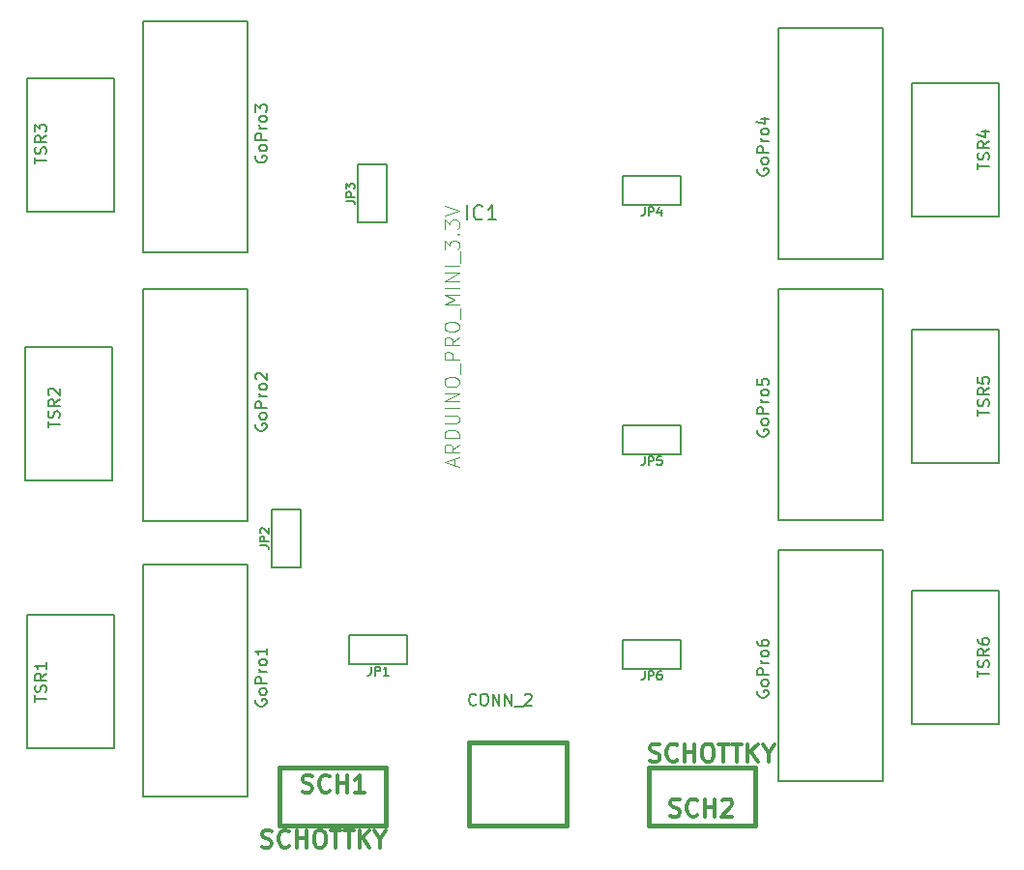
<source format=gto>
G04 (created by PCBNEW (2013-mar-13)-testing) date jeu. 10 oct. 2013 21:07:33 CEST*
%MOIN*%
G04 Gerber Fmt 3.4, Leading zero omitted, Abs format*
%FSLAX34Y34*%
G01*
G70*
G90*
G04 APERTURE LIST*
%ADD10C,0.005906*%
%ADD11C,0.006000*%
%ADD12C,0.015000*%
%ADD13C,0.008000*%
%ADD14C,0.005000*%
%ADD15C,0.004000*%
%ADD16C,0.012000*%
G04 APERTURE END LIST*
G54D10*
G54D11*
X86750Y-14000D02*
X86750Y-21975D01*
X86750Y-21975D02*
X83150Y-21975D01*
X83150Y-21975D02*
X83150Y-14000D01*
X83150Y-14000D02*
X86750Y-14000D01*
X87750Y-38000D02*
X90750Y-38000D01*
X90750Y-38000D02*
X90750Y-33400D01*
X90750Y-33400D02*
X87750Y-33400D01*
X87750Y-33400D02*
X87750Y-38000D01*
X87750Y-29000D02*
X90750Y-29000D01*
X90750Y-29000D02*
X90750Y-24400D01*
X90750Y-24400D02*
X87750Y-24400D01*
X87750Y-24400D02*
X87750Y-29000D01*
X87750Y-20500D02*
X90750Y-20500D01*
X90750Y-20500D02*
X90750Y-15900D01*
X90750Y-15900D02*
X87750Y-15900D01*
X87750Y-15900D02*
X87750Y-20500D01*
X60250Y-34250D02*
X57250Y-34250D01*
X57250Y-34250D02*
X57250Y-38850D01*
X57250Y-38850D02*
X60250Y-38850D01*
X60250Y-38850D02*
X60250Y-34250D01*
X60250Y-15750D02*
X57250Y-15750D01*
X57250Y-15750D02*
X57250Y-20350D01*
X57250Y-20350D02*
X60250Y-20350D01*
X60250Y-20350D02*
X60250Y-15750D01*
X61250Y-40500D02*
X61250Y-32525D01*
X61250Y-32525D02*
X64850Y-32525D01*
X64850Y-32525D02*
X64850Y-40500D01*
X64850Y-40500D02*
X61250Y-40500D01*
X61250Y-31000D02*
X61250Y-23025D01*
X61250Y-23025D02*
X64850Y-23025D01*
X64850Y-23025D02*
X64850Y-31000D01*
X64850Y-31000D02*
X61250Y-31000D01*
X61250Y-21750D02*
X61250Y-13775D01*
X61250Y-13775D02*
X64850Y-13775D01*
X64850Y-13775D02*
X64850Y-21750D01*
X64850Y-21750D02*
X61250Y-21750D01*
X86750Y-23000D02*
X86750Y-30975D01*
X86750Y-30975D02*
X83150Y-30975D01*
X83150Y-30975D02*
X83150Y-23000D01*
X83150Y-23000D02*
X86750Y-23000D01*
X86750Y-32000D02*
X86750Y-39975D01*
X86750Y-39975D02*
X83150Y-39975D01*
X83150Y-39975D02*
X83150Y-32000D01*
X83150Y-32000D02*
X86750Y-32000D01*
G54D12*
X72500Y-41500D02*
X75850Y-41500D01*
X75850Y-41500D02*
X75850Y-38650D01*
X75850Y-38650D02*
X72500Y-38650D01*
X72500Y-38650D02*
X72500Y-41500D01*
G54D11*
X70375Y-34950D02*
X70375Y-35950D01*
X70375Y-35950D02*
X68375Y-35950D01*
X68375Y-35950D02*
X68375Y-34950D01*
X68375Y-34950D02*
X70375Y-34950D01*
X66700Y-32600D02*
X65700Y-32600D01*
X65700Y-32600D02*
X65700Y-30600D01*
X65700Y-30600D02*
X66700Y-30600D01*
X66700Y-30600D02*
X66700Y-32600D01*
X69675Y-20725D02*
X68675Y-20725D01*
X68675Y-20725D02*
X68675Y-18725D01*
X68675Y-18725D02*
X69675Y-18725D01*
X69675Y-18725D02*
X69675Y-20725D01*
X79800Y-19100D02*
X79800Y-20100D01*
X79800Y-20100D02*
X77800Y-20100D01*
X77800Y-20100D02*
X77800Y-19100D01*
X77800Y-19100D02*
X79800Y-19100D01*
X79800Y-27700D02*
X79800Y-28700D01*
X79800Y-28700D02*
X77800Y-28700D01*
X77800Y-28700D02*
X77800Y-27700D01*
X77800Y-27700D02*
X79800Y-27700D01*
X79800Y-35100D02*
X79800Y-36100D01*
X79800Y-36100D02*
X77800Y-36100D01*
X77800Y-36100D02*
X77800Y-35100D01*
X77800Y-35100D02*
X79800Y-35100D01*
X57200Y-29600D02*
X60200Y-29600D01*
X60200Y-29600D02*
X60200Y-25000D01*
X60200Y-25000D02*
X57200Y-25000D01*
X57200Y-25000D02*
X57200Y-29600D01*
G54D12*
X69625Y-41500D02*
X65975Y-41500D01*
X65975Y-41500D02*
X65975Y-39500D01*
X65975Y-39500D02*
X69625Y-39500D01*
X69625Y-39500D02*
X69625Y-41450D01*
X69625Y-41450D02*
X69625Y-41500D01*
X78700Y-39525D02*
X82350Y-39525D01*
X82350Y-39525D02*
X82350Y-41525D01*
X82350Y-41525D02*
X78700Y-41525D01*
X78700Y-41525D02*
X78700Y-39575D01*
X78700Y-39575D02*
X78700Y-39525D01*
G54D13*
X82450Y-18871D02*
X82430Y-18909D01*
X82430Y-18966D01*
X82450Y-19023D01*
X82488Y-19061D01*
X82526Y-19080D01*
X82602Y-19099D01*
X82659Y-19099D01*
X82735Y-19080D01*
X82773Y-19061D01*
X82811Y-19023D01*
X82830Y-18966D01*
X82830Y-18928D01*
X82811Y-18871D01*
X82792Y-18852D01*
X82659Y-18852D01*
X82659Y-18928D01*
X82830Y-18623D02*
X82811Y-18661D01*
X82792Y-18680D01*
X82754Y-18699D01*
X82640Y-18699D01*
X82602Y-18680D01*
X82583Y-18661D01*
X82564Y-18623D01*
X82564Y-18566D01*
X82583Y-18528D01*
X82602Y-18509D01*
X82640Y-18490D01*
X82754Y-18490D01*
X82792Y-18509D01*
X82811Y-18528D01*
X82830Y-18566D01*
X82830Y-18623D01*
X82830Y-18319D02*
X82430Y-18319D01*
X82430Y-18166D01*
X82450Y-18128D01*
X82469Y-18109D01*
X82507Y-18090D01*
X82564Y-18090D01*
X82602Y-18109D01*
X82621Y-18128D01*
X82640Y-18166D01*
X82640Y-18319D01*
X82830Y-17919D02*
X82564Y-17919D01*
X82640Y-17919D02*
X82602Y-17899D01*
X82583Y-17880D01*
X82564Y-17842D01*
X82564Y-17804D01*
X82830Y-17614D02*
X82811Y-17652D01*
X82792Y-17671D01*
X82754Y-17690D01*
X82640Y-17690D01*
X82602Y-17671D01*
X82583Y-17652D01*
X82564Y-17614D01*
X82564Y-17557D01*
X82583Y-17519D01*
X82602Y-17500D01*
X82640Y-17480D01*
X82754Y-17480D01*
X82792Y-17500D01*
X82811Y-17519D01*
X82830Y-17557D01*
X82830Y-17614D01*
X82564Y-17138D02*
X82830Y-17138D01*
X82411Y-17233D02*
X82697Y-17328D01*
X82697Y-17080D01*
G54D11*
X90030Y-36395D02*
X90030Y-36166D01*
X90430Y-36280D02*
X90030Y-36280D01*
X90411Y-36052D02*
X90430Y-35995D01*
X90430Y-35900D01*
X90411Y-35861D01*
X90392Y-35842D01*
X90354Y-35823D01*
X90316Y-35823D01*
X90278Y-35842D01*
X90259Y-35861D01*
X90240Y-35900D01*
X90221Y-35976D01*
X90202Y-36014D01*
X90183Y-36033D01*
X90145Y-36052D01*
X90107Y-36052D01*
X90069Y-36033D01*
X90050Y-36014D01*
X90030Y-35976D01*
X90030Y-35880D01*
X90050Y-35823D01*
X90430Y-35423D02*
X90240Y-35557D01*
X90430Y-35652D02*
X90030Y-35652D01*
X90030Y-35500D01*
X90050Y-35461D01*
X90069Y-35442D01*
X90107Y-35423D01*
X90164Y-35423D01*
X90202Y-35442D01*
X90221Y-35461D01*
X90240Y-35500D01*
X90240Y-35652D01*
X90030Y-35080D02*
X90030Y-35157D01*
X90050Y-35195D01*
X90069Y-35214D01*
X90126Y-35252D01*
X90202Y-35271D01*
X90354Y-35271D01*
X90392Y-35252D01*
X90411Y-35233D01*
X90430Y-35195D01*
X90430Y-35119D01*
X90411Y-35080D01*
X90392Y-35061D01*
X90354Y-35042D01*
X90259Y-35042D01*
X90221Y-35061D01*
X90202Y-35080D01*
X90183Y-35119D01*
X90183Y-35195D01*
X90202Y-35233D01*
X90221Y-35252D01*
X90259Y-35271D01*
X90030Y-27395D02*
X90030Y-27166D01*
X90430Y-27280D02*
X90030Y-27280D01*
X90411Y-27052D02*
X90430Y-26995D01*
X90430Y-26900D01*
X90411Y-26861D01*
X90392Y-26842D01*
X90354Y-26823D01*
X90316Y-26823D01*
X90278Y-26842D01*
X90259Y-26861D01*
X90240Y-26900D01*
X90221Y-26976D01*
X90202Y-27014D01*
X90183Y-27033D01*
X90145Y-27052D01*
X90107Y-27052D01*
X90069Y-27033D01*
X90050Y-27014D01*
X90030Y-26976D01*
X90030Y-26880D01*
X90050Y-26823D01*
X90430Y-26423D02*
X90240Y-26557D01*
X90430Y-26652D02*
X90030Y-26652D01*
X90030Y-26500D01*
X90050Y-26461D01*
X90069Y-26442D01*
X90107Y-26423D01*
X90164Y-26423D01*
X90202Y-26442D01*
X90221Y-26461D01*
X90240Y-26500D01*
X90240Y-26652D01*
X90030Y-26061D02*
X90030Y-26252D01*
X90221Y-26271D01*
X90202Y-26252D01*
X90183Y-26214D01*
X90183Y-26119D01*
X90202Y-26080D01*
X90221Y-26061D01*
X90259Y-26042D01*
X90354Y-26042D01*
X90392Y-26061D01*
X90411Y-26080D01*
X90430Y-26119D01*
X90430Y-26214D01*
X90411Y-26252D01*
X90392Y-26271D01*
X90030Y-18895D02*
X90030Y-18666D01*
X90430Y-18780D02*
X90030Y-18780D01*
X90411Y-18552D02*
X90430Y-18495D01*
X90430Y-18400D01*
X90411Y-18361D01*
X90392Y-18342D01*
X90354Y-18323D01*
X90316Y-18323D01*
X90278Y-18342D01*
X90259Y-18361D01*
X90240Y-18400D01*
X90221Y-18476D01*
X90202Y-18514D01*
X90183Y-18533D01*
X90145Y-18552D01*
X90107Y-18552D01*
X90069Y-18533D01*
X90050Y-18514D01*
X90030Y-18476D01*
X90030Y-18380D01*
X90050Y-18323D01*
X90430Y-17923D02*
X90240Y-18057D01*
X90430Y-18152D02*
X90030Y-18152D01*
X90030Y-18000D01*
X90050Y-17961D01*
X90069Y-17942D01*
X90107Y-17923D01*
X90164Y-17923D01*
X90202Y-17942D01*
X90221Y-17961D01*
X90240Y-18000D01*
X90240Y-18152D01*
X90164Y-17580D02*
X90430Y-17580D01*
X90011Y-17676D02*
X90297Y-17771D01*
X90297Y-17523D01*
X57530Y-37245D02*
X57530Y-37016D01*
X57930Y-37130D02*
X57530Y-37130D01*
X57911Y-36902D02*
X57930Y-36845D01*
X57930Y-36750D01*
X57911Y-36711D01*
X57892Y-36692D01*
X57854Y-36673D01*
X57816Y-36673D01*
X57778Y-36692D01*
X57759Y-36711D01*
X57740Y-36750D01*
X57721Y-36826D01*
X57702Y-36864D01*
X57683Y-36883D01*
X57645Y-36902D01*
X57607Y-36902D01*
X57569Y-36883D01*
X57550Y-36864D01*
X57530Y-36826D01*
X57530Y-36730D01*
X57550Y-36673D01*
X57930Y-36273D02*
X57740Y-36407D01*
X57930Y-36502D02*
X57530Y-36502D01*
X57530Y-36350D01*
X57550Y-36311D01*
X57569Y-36292D01*
X57607Y-36273D01*
X57664Y-36273D01*
X57702Y-36292D01*
X57721Y-36311D01*
X57740Y-36350D01*
X57740Y-36502D01*
X57930Y-35892D02*
X57930Y-36121D01*
X57930Y-36007D02*
X57530Y-36007D01*
X57588Y-36045D01*
X57626Y-36083D01*
X57645Y-36121D01*
X57530Y-18695D02*
X57530Y-18466D01*
X57930Y-18580D02*
X57530Y-18580D01*
X57911Y-18352D02*
X57930Y-18295D01*
X57930Y-18200D01*
X57911Y-18161D01*
X57892Y-18142D01*
X57854Y-18123D01*
X57816Y-18123D01*
X57778Y-18142D01*
X57759Y-18161D01*
X57740Y-18200D01*
X57721Y-18276D01*
X57702Y-18314D01*
X57683Y-18333D01*
X57645Y-18352D01*
X57607Y-18352D01*
X57569Y-18333D01*
X57550Y-18314D01*
X57530Y-18276D01*
X57530Y-18180D01*
X57550Y-18123D01*
X57930Y-17723D02*
X57740Y-17857D01*
X57930Y-17952D02*
X57530Y-17952D01*
X57530Y-17800D01*
X57550Y-17761D01*
X57569Y-17742D01*
X57607Y-17723D01*
X57664Y-17723D01*
X57702Y-17742D01*
X57721Y-17761D01*
X57740Y-17800D01*
X57740Y-17952D01*
X57530Y-17590D02*
X57530Y-17342D01*
X57683Y-17476D01*
X57683Y-17419D01*
X57702Y-17380D01*
X57721Y-17361D01*
X57759Y-17342D01*
X57854Y-17342D01*
X57892Y-17361D01*
X57911Y-17380D01*
X57930Y-17419D01*
X57930Y-17533D01*
X57911Y-17571D01*
X57892Y-17590D01*
G54D13*
X65150Y-37171D02*
X65130Y-37209D01*
X65130Y-37266D01*
X65150Y-37323D01*
X65188Y-37361D01*
X65226Y-37380D01*
X65302Y-37399D01*
X65359Y-37399D01*
X65435Y-37380D01*
X65473Y-37361D01*
X65511Y-37323D01*
X65530Y-37266D01*
X65530Y-37228D01*
X65511Y-37171D01*
X65492Y-37152D01*
X65359Y-37152D01*
X65359Y-37228D01*
X65530Y-36923D02*
X65511Y-36961D01*
X65492Y-36980D01*
X65454Y-36999D01*
X65340Y-36999D01*
X65302Y-36980D01*
X65283Y-36961D01*
X65264Y-36923D01*
X65264Y-36866D01*
X65283Y-36828D01*
X65302Y-36809D01*
X65340Y-36790D01*
X65454Y-36790D01*
X65492Y-36809D01*
X65511Y-36828D01*
X65530Y-36866D01*
X65530Y-36923D01*
X65530Y-36619D02*
X65130Y-36619D01*
X65130Y-36466D01*
X65150Y-36428D01*
X65169Y-36409D01*
X65207Y-36390D01*
X65264Y-36390D01*
X65302Y-36409D01*
X65321Y-36428D01*
X65340Y-36466D01*
X65340Y-36619D01*
X65530Y-36219D02*
X65264Y-36219D01*
X65340Y-36219D02*
X65302Y-36199D01*
X65283Y-36180D01*
X65264Y-36142D01*
X65264Y-36104D01*
X65530Y-35914D02*
X65511Y-35952D01*
X65492Y-35971D01*
X65454Y-35990D01*
X65340Y-35990D01*
X65302Y-35971D01*
X65283Y-35952D01*
X65264Y-35914D01*
X65264Y-35857D01*
X65283Y-35819D01*
X65302Y-35800D01*
X65340Y-35780D01*
X65454Y-35780D01*
X65492Y-35800D01*
X65511Y-35819D01*
X65530Y-35857D01*
X65530Y-35914D01*
X65530Y-35400D02*
X65530Y-35628D01*
X65530Y-35514D02*
X65130Y-35514D01*
X65188Y-35552D01*
X65226Y-35590D01*
X65245Y-35628D01*
X65150Y-27671D02*
X65130Y-27709D01*
X65130Y-27766D01*
X65150Y-27823D01*
X65188Y-27861D01*
X65226Y-27880D01*
X65302Y-27899D01*
X65359Y-27899D01*
X65435Y-27880D01*
X65473Y-27861D01*
X65511Y-27823D01*
X65530Y-27766D01*
X65530Y-27728D01*
X65511Y-27671D01*
X65492Y-27652D01*
X65359Y-27652D01*
X65359Y-27728D01*
X65530Y-27423D02*
X65511Y-27461D01*
X65492Y-27480D01*
X65454Y-27499D01*
X65340Y-27499D01*
X65302Y-27480D01*
X65283Y-27461D01*
X65264Y-27423D01*
X65264Y-27366D01*
X65283Y-27328D01*
X65302Y-27309D01*
X65340Y-27290D01*
X65454Y-27290D01*
X65492Y-27309D01*
X65511Y-27328D01*
X65530Y-27366D01*
X65530Y-27423D01*
X65530Y-27119D02*
X65130Y-27119D01*
X65130Y-26966D01*
X65150Y-26928D01*
X65169Y-26909D01*
X65207Y-26890D01*
X65264Y-26890D01*
X65302Y-26909D01*
X65321Y-26928D01*
X65340Y-26966D01*
X65340Y-27119D01*
X65530Y-26719D02*
X65264Y-26719D01*
X65340Y-26719D02*
X65302Y-26699D01*
X65283Y-26680D01*
X65264Y-26642D01*
X65264Y-26604D01*
X65530Y-26414D02*
X65511Y-26452D01*
X65492Y-26471D01*
X65454Y-26490D01*
X65340Y-26490D01*
X65302Y-26471D01*
X65283Y-26452D01*
X65264Y-26414D01*
X65264Y-26357D01*
X65283Y-26319D01*
X65302Y-26300D01*
X65340Y-26280D01*
X65454Y-26280D01*
X65492Y-26300D01*
X65511Y-26319D01*
X65530Y-26357D01*
X65530Y-26414D01*
X65169Y-26128D02*
X65150Y-26109D01*
X65130Y-26071D01*
X65130Y-25976D01*
X65150Y-25938D01*
X65169Y-25919D01*
X65207Y-25900D01*
X65245Y-25900D01*
X65302Y-25919D01*
X65530Y-26147D01*
X65530Y-25900D01*
X65150Y-18421D02*
X65130Y-18459D01*
X65130Y-18516D01*
X65150Y-18573D01*
X65188Y-18611D01*
X65226Y-18630D01*
X65302Y-18649D01*
X65359Y-18649D01*
X65435Y-18630D01*
X65473Y-18611D01*
X65511Y-18573D01*
X65530Y-18516D01*
X65530Y-18478D01*
X65511Y-18421D01*
X65492Y-18402D01*
X65359Y-18402D01*
X65359Y-18478D01*
X65530Y-18173D02*
X65511Y-18211D01*
X65492Y-18230D01*
X65454Y-18249D01*
X65340Y-18249D01*
X65302Y-18230D01*
X65283Y-18211D01*
X65264Y-18173D01*
X65264Y-18116D01*
X65283Y-18078D01*
X65302Y-18059D01*
X65340Y-18040D01*
X65454Y-18040D01*
X65492Y-18059D01*
X65511Y-18078D01*
X65530Y-18116D01*
X65530Y-18173D01*
X65530Y-17869D02*
X65130Y-17869D01*
X65130Y-17716D01*
X65150Y-17678D01*
X65169Y-17659D01*
X65207Y-17640D01*
X65264Y-17640D01*
X65302Y-17659D01*
X65321Y-17678D01*
X65340Y-17716D01*
X65340Y-17869D01*
X65530Y-17469D02*
X65264Y-17469D01*
X65340Y-17469D02*
X65302Y-17449D01*
X65283Y-17430D01*
X65264Y-17392D01*
X65264Y-17354D01*
X65530Y-17164D02*
X65511Y-17202D01*
X65492Y-17221D01*
X65454Y-17240D01*
X65340Y-17240D01*
X65302Y-17221D01*
X65283Y-17202D01*
X65264Y-17164D01*
X65264Y-17107D01*
X65283Y-17069D01*
X65302Y-17050D01*
X65340Y-17030D01*
X65454Y-17030D01*
X65492Y-17050D01*
X65511Y-17069D01*
X65530Y-17107D01*
X65530Y-17164D01*
X65130Y-16897D02*
X65130Y-16650D01*
X65283Y-16783D01*
X65283Y-16726D01*
X65302Y-16688D01*
X65321Y-16669D01*
X65359Y-16650D01*
X65454Y-16650D01*
X65492Y-16669D01*
X65511Y-16688D01*
X65530Y-16726D01*
X65530Y-16840D01*
X65511Y-16878D01*
X65492Y-16897D01*
X82450Y-27871D02*
X82430Y-27909D01*
X82430Y-27966D01*
X82450Y-28023D01*
X82488Y-28061D01*
X82526Y-28080D01*
X82602Y-28099D01*
X82659Y-28099D01*
X82735Y-28080D01*
X82773Y-28061D01*
X82811Y-28023D01*
X82830Y-27966D01*
X82830Y-27928D01*
X82811Y-27871D01*
X82792Y-27852D01*
X82659Y-27852D01*
X82659Y-27928D01*
X82830Y-27623D02*
X82811Y-27661D01*
X82792Y-27680D01*
X82754Y-27699D01*
X82640Y-27699D01*
X82602Y-27680D01*
X82583Y-27661D01*
X82564Y-27623D01*
X82564Y-27566D01*
X82583Y-27528D01*
X82602Y-27509D01*
X82640Y-27490D01*
X82754Y-27490D01*
X82792Y-27509D01*
X82811Y-27528D01*
X82830Y-27566D01*
X82830Y-27623D01*
X82830Y-27319D02*
X82430Y-27319D01*
X82430Y-27166D01*
X82450Y-27128D01*
X82469Y-27109D01*
X82507Y-27090D01*
X82564Y-27090D01*
X82602Y-27109D01*
X82621Y-27128D01*
X82640Y-27166D01*
X82640Y-27319D01*
X82830Y-26919D02*
X82564Y-26919D01*
X82640Y-26919D02*
X82602Y-26899D01*
X82583Y-26880D01*
X82564Y-26842D01*
X82564Y-26804D01*
X82830Y-26614D02*
X82811Y-26652D01*
X82792Y-26671D01*
X82754Y-26690D01*
X82640Y-26690D01*
X82602Y-26671D01*
X82583Y-26652D01*
X82564Y-26614D01*
X82564Y-26557D01*
X82583Y-26519D01*
X82602Y-26500D01*
X82640Y-26480D01*
X82754Y-26480D01*
X82792Y-26500D01*
X82811Y-26519D01*
X82830Y-26557D01*
X82830Y-26614D01*
X82430Y-26119D02*
X82430Y-26309D01*
X82621Y-26328D01*
X82602Y-26309D01*
X82583Y-26271D01*
X82583Y-26176D01*
X82602Y-26138D01*
X82621Y-26119D01*
X82659Y-26100D01*
X82754Y-26100D01*
X82792Y-26119D01*
X82811Y-26138D01*
X82830Y-26176D01*
X82830Y-26271D01*
X82811Y-26309D01*
X82792Y-26328D01*
X82450Y-36871D02*
X82430Y-36909D01*
X82430Y-36966D01*
X82450Y-37023D01*
X82488Y-37061D01*
X82526Y-37080D01*
X82602Y-37099D01*
X82659Y-37099D01*
X82735Y-37080D01*
X82773Y-37061D01*
X82811Y-37023D01*
X82830Y-36966D01*
X82830Y-36928D01*
X82811Y-36871D01*
X82792Y-36852D01*
X82659Y-36852D01*
X82659Y-36928D01*
X82830Y-36623D02*
X82811Y-36661D01*
X82792Y-36680D01*
X82754Y-36699D01*
X82640Y-36699D01*
X82602Y-36680D01*
X82583Y-36661D01*
X82564Y-36623D01*
X82564Y-36566D01*
X82583Y-36528D01*
X82602Y-36509D01*
X82640Y-36490D01*
X82754Y-36490D01*
X82792Y-36509D01*
X82811Y-36528D01*
X82830Y-36566D01*
X82830Y-36623D01*
X82830Y-36319D02*
X82430Y-36319D01*
X82430Y-36166D01*
X82450Y-36128D01*
X82469Y-36109D01*
X82507Y-36090D01*
X82564Y-36090D01*
X82602Y-36109D01*
X82621Y-36128D01*
X82640Y-36166D01*
X82640Y-36319D01*
X82830Y-35919D02*
X82564Y-35919D01*
X82640Y-35919D02*
X82602Y-35899D01*
X82583Y-35880D01*
X82564Y-35842D01*
X82564Y-35804D01*
X82830Y-35614D02*
X82811Y-35652D01*
X82792Y-35671D01*
X82754Y-35690D01*
X82640Y-35690D01*
X82602Y-35671D01*
X82583Y-35652D01*
X82564Y-35614D01*
X82564Y-35557D01*
X82583Y-35519D01*
X82602Y-35500D01*
X82640Y-35480D01*
X82754Y-35480D01*
X82792Y-35500D01*
X82811Y-35519D01*
X82830Y-35557D01*
X82830Y-35614D01*
X82430Y-35138D02*
X82430Y-35214D01*
X82450Y-35252D01*
X82469Y-35271D01*
X82526Y-35309D01*
X82602Y-35328D01*
X82754Y-35328D01*
X82792Y-35309D01*
X82811Y-35290D01*
X82830Y-35252D01*
X82830Y-35176D01*
X82811Y-35138D01*
X82792Y-35119D01*
X82754Y-35100D01*
X82659Y-35100D01*
X82621Y-35119D01*
X82602Y-35138D01*
X82583Y-35176D01*
X82583Y-35252D01*
X82602Y-35290D01*
X82621Y-35309D01*
X82659Y-35328D01*
G54D14*
X72436Y-20626D02*
X72436Y-20126D01*
X72960Y-20578D02*
X72936Y-20602D01*
X72865Y-20626D01*
X72817Y-20626D01*
X72746Y-20602D01*
X72698Y-20554D01*
X72675Y-20507D01*
X72651Y-20411D01*
X72651Y-20340D01*
X72675Y-20245D01*
X72698Y-20197D01*
X72746Y-20150D01*
X72817Y-20126D01*
X72865Y-20126D01*
X72936Y-20150D01*
X72960Y-20173D01*
X73436Y-20626D02*
X73151Y-20626D01*
X73294Y-20626D02*
X73294Y-20126D01*
X73246Y-20197D01*
X73198Y-20245D01*
X73151Y-20269D01*
G54D15*
X72008Y-29102D02*
X72008Y-28864D01*
X72151Y-29150D02*
X71651Y-28983D01*
X72151Y-28816D01*
X72151Y-28364D02*
X71913Y-28530D01*
X72151Y-28650D02*
X71651Y-28650D01*
X71651Y-28459D01*
X71675Y-28411D01*
X71698Y-28388D01*
X71746Y-28364D01*
X71817Y-28364D01*
X71865Y-28388D01*
X71889Y-28411D01*
X71913Y-28459D01*
X71913Y-28650D01*
X72151Y-28150D02*
X71651Y-28150D01*
X71651Y-28030D01*
X71675Y-27959D01*
X71722Y-27911D01*
X71770Y-27888D01*
X71865Y-27864D01*
X71936Y-27864D01*
X72032Y-27888D01*
X72079Y-27911D01*
X72127Y-27959D01*
X72151Y-28030D01*
X72151Y-28150D01*
X71651Y-27650D02*
X72055Y-27650D01*
X72103Y-27626D01*
X72127Y-27602D01*
X72151Y-27554D01*
X72151Y-27459D01*
X72127Y-27411D01*
X72103Y-27388D01*
X72055Y-27364D01*
X71651Y-27364D01*
X72151Y-27126D02*
X71651Y-27126D01*
X72151Y-26888D02*
X71651Y-26888D01*
X72151Y-26602D01*
X71651Y-26602D01*
X71651Y-26269D02*
X71651Y-26173D01*
X71675Y-26126D01*
X71722Y-26078D01*
X71817Y-26054D01*
X71984Y-26054D01*
X72079Y-26078D01*
X72127Y-26126D01*
X72151Y-26173D01*
X72151Y-26269D01*
X72127Y-26316D01*
X72079Y-26364D01*
X71984Y-26388D01*
X71817Y-26388D01*
X71722Y-26364D01*
X71675Y-26316D01*
X71651Y-26269D01*
X72198Y-25959D02*
X72198Y-25578D01*
X72151Y-25459D02*
X71651Y-25459D01*
X71651Y-25269D01*
X71675Y-25221D01*
X71698Y-25197D01*
X71746Y-25173D01*
X71817Y-25173D01*
X71865Y-25197D01*
X71889Y-25221D01*
X71913Y-25269D01*
X71913Y-25459D01*
X72151Y-24673D02*
X71913Y-24840D01*
X72151Y-24959D02*
X71651Y-24959D01*
X71651Y-24769D01*
X71675Y-24721D01*
X71698Y-24697D01*
X71746Y-24673D01*
X71817Y-24673D01*
X71865Y-24697D01*
X71889Y-24721D01*
X71913Y-24769D01*
X71913Y-24959D01*
X71651Y-24364D02*
X71651Y-24269D01*
X71675Y-24221D01*
X71722Y-24173D01*
X71817Y-24150D01*
X71984Y-24150D01*
X72079Y-24173D01*
X72127Y-24221D01*
X72151Y-24269D01*
X72151Y-24364D01*
X72127Y-24411D01*
X72079Y-24459D01*
X71984Y-24483D01*
X71817Y-24483D01*
X71722Y-24459D01*
X71675Y-24411D01*
X71651Y-24364D01*
X72198Y-24054D02*
X72198Y-23673D01*
X72151Y-23554D02*
X71651Y-23554D01*
X72008Y-23388D01*
X71651Y-23221D01*
X72151Y-23221D01*
X72151Y-22983D02*
X71651Y-22983D01*
X72151Y-22745D02*
X71651Y-22745D01*
X72151Y-22459D01*
X71651Y-22459D01*
X72151Y-22221D02*
X71651Y-22221D01*
X72198Y-22102D02*
X72198Y-21721D01*
X71651Y-21650D02*
X71651Y-21340D01*
X71841Y-21507D01*
X71841Y-21435D01*
X71865Y-21388D01*
X71889Y-21364D01*
X71936Y-21340D01*
X72055Y-21340D01*
X72103Y-21364D01*
X72127Y-21388D01*
X72151Y-21435D01*
X72151Y-21578D01*
X72127Y-21626D01*
X72103Y-21650D01*
X72103Y-21126D02*
X72127Y-21102D01*
X72151Y-21126D01*
X72127Y-21150D01*
X72103Y-21126D01*
X72151Y-21126D01*
X71651Y-20935D02*
X71651Y-20626D01*
X71841Y-20792D01*
X71841Y-20721D01*
X71865Y-20673D01*
X71889Y-20650D01*
X71936Y-20626D01*
X72055Y-20626D01*
X72103Y-20650D01*
X72127Y-20673D01*
X72151Y-20721D01*
X72151Y-20864D01*
X72127Y-20911D01*
X72103Y-20935D01*
X71651Y-20483D02*
X72151Y-20316D01*
X71651Y-20150D01*
G54D10*
X72740Y-37327D02*
X72721Y-37346D01*
X72665Y-37365D01*
X72628Y-37365D01*
X72571Y-37346D01*
X72534Y-37308D01*
X72515Y-37271D01*
X72496Y-37196D01*
X72496Y-37140D01*
X72515Y-37065D01*
X72534Y-37027D01*
X72571Y-36990D01*
X72628Y-36971D01*
X72665Y-36971D01*
X72721Y-36990D01*
X72740Y-37008D01*
X72984Y-36971D02*
X73059Y-36971D01*
X73096Y-36990D01*
X73134Y-37027D01*
X73152Y-37102D01*
X73152Y-37233D01*
X73134Y-37308D01*
X73096Y-37346D01*
X73059Y-37365D01*
X72984Y-37365D01*
X72946Y-37346D01*
X72909Y-37308D01*
X72890Y-37233D01*
X72890Y-37102D01*
X72909Y-37027D01*
X72946Y-36990D01*
X72984Y-36971D01*
X73321Y-37365D02*
X73321Y-36971D01*
X73546Y-37365D01*
X73546Y-36971D01*
X73734Y-37365D02*
X73734Y-36971D01*
X73959Y-37365D01*
X73959Y-36971D01*
X74052Y-37402D02*
X74352Y-37402D01*
X74427Y-37008D02*
X74446Y-36990D01*
X74484Y-36971D01*
X74577Y-36971D01*
X74615Y-36990D01*
X74634Y-37008D01*
X74652Y-37046D01*
X74652Y-37083D01*
X74634Y-37140D01*
X74409Y-37365D01*
X74652Y-37365D01*
G54D11*
X69125Y-36035D02*
X69125Y-36250D01*
X69110Y-36292D01*
X69082Y-36321D01*
X69039Y-36335D01*
X69010Y-36335D01*
X69267Y-36335D02*
X69267Y-36035D01*
X69382Y-36035D01*
X69410Y-36050D01*
X69425Y-36064D01*
X69439Y-36092D01*
X69439Y-36135D01*
X69425Y-36164D01*
X69410Y-36178D01*
X69382Y-36192D01*
X69267Y-36192D01*
X69725Y-36335D02*
X69553Y-36335D01*
X69639Y-36335D02*
X69639Y-36035D01*
X69610Y-36078D01*
X69582Y-36107D01*
X69553Y-36121D01*
X65285Y-31849D02*
X65500Y-31849D01*
X65542Y-31864D01*
X65571Y-31892D01*
X65585Y-31935D01*
X65585Y-31964D01*
X65585Y-31707D02*
X65285Y-31707D01*
X65285Y-31592D01*
X65300Y-31564D01*
X65314Y-31550D01*
X65342Y-31535D01*
X65385Y-31535D01*
X65414Y-31550D01*
X65428Y-31564D01*
X65442Y-31592D01*
X65442Y-31707D01*
X65314Y-31421D02*
X65300Y-31407D01*
X65285Y-31378D01*
X65285Y-31307D01*
X65300Y-31278D01*
X65314Y-31264D01*
X65342Y-31250D01*
X65371Y-31250D01*
X65414Y-31264D01*
X65585Y-31435D01*
X65585Y-31250D01*
X68260Y-19974D02*
X68475Y-19974D01*
X68517Y-19989D01*
X68546Y-20017D01*
X68560Y-20060D01*
X68560Y-20089D01*
X68560Y-19832D02*
X68260Y-19832D01*
X68260Y-19717D01*
X68275Y-19689D01*
X68289Y-19675D01*
X68317Y-19660D01*
X68360Y-19660D01*
X68389Y-19675D01*
X68403Y-19689D01*
X68417Y-19717D01*
X68417Y-19832D01*
X68260Y-19560D02*
X68260Y-19375D01*
X68375Y-19475D01*
X68375Y-19432D01*
X68389Y-19403D01*
X68403Y-19389D01*
X68432Y-19375D01*
X68503Y-19375D01*
X68532Y-19389D01*
X68546Y-19403D01*
X68560Y-19432D01*
X68560Y-19517D01*
X68546Y-19546D01*
X68532Y-19560D01*
X78550Y-20185D02*
X78550Y-20400D01*
X78535Y-20442D01*
X78507Y-20471D01*
X78464Y-20485D01*
X78435Y-20485D01*
X78692Y-20485D02*
X78692Y-20185D01*
X78807Y-20185D01*
X78835Y-20200D01*
X78850Y-20214D01*
X78864Y-20242D01*
X78864Y-20285D01*
X78850Y-20314D01*
X78835Y-20328D01*
X78807Y-20342D01*
X78692Y-20342D01*
X79121Y-20285D02*
X79121Y-20485D01*
X79050Y-20171D02*
X78978Y-20385D01*
X79164Y-20385D01*
X78550Y-28785D02*
X78550Y-29000D01*
X78535Y-29042D01*
X78507Y-29071D01*
X78464Y-29085D01*
X78435Y-29085D01*
X78692Y-29085D02*
X78692Y-28785D01*
X78807Y-28785D01*
X78835Y-28800D01*
X78850Y-28814D01*
X78864Y-28842D01*
X78864Y-28885D01*
X78850Y-28914D01*
X78835Y-28928D01*
X78807Y-28942D01*
X78692Y-28942D01*
X79135Y-28785D02*
X78992Y-28785D01*
X78978Y-28928D01*
X78992Y-28914D01*
X79021Y-28900D01*
X79092Y-28900D01*
X79121Y-28914D01*
X79135Y-28928D01*
X79150Y-28957D01*
X79150Y-29028D01*
X79135Y-29057D01*
X79121Y-29071D01*
X79092Y-29085D01*
X79021Y-29085D01*
X78992Y-29071D01*
X78978Y-29057D01*
X78550Y-36185D02*
X78550Y-36400D01*
X78535Y-36442D01*
X78507Y-36471D01*
X78464Y-36485D01*
X78435Y-36485D01*
X78692Y-36485D02*
X78692Y-36185D01*
X78807Y-36185D01*
X78835Y-36200D01*
X78850Y-36214D01*
X78864Y-36242D01*
X78864Y-36285D01*
X78850Y-36314D01*
X78835Y-36328D01*
X78807Y-36342D01*
X78692Y-36342D01*
X79121Y-36185D02*
X79064Y-36185D01*
X79035Y-36200D01*
X79021Y-36214D01*
X78992Y-36257D01*
X78978Y-36314D01*
X78978Y-36428D01*
X78992Y-36457D01*
X79007Y-36471D01*
X79035Y-36485D01*
X79092Y-36485D01*
X79121Y-36471D01*
X79135Y-36457D01*
X79150Y-36428D01*
X79150Y-36357D01*
X79135Y-36328D01*
X79121Y-36314D01*
X79092Y-36300D01*
X79035Y-36300D01*
X79007Y-36314D01*
X78992Y-36328D01*
X78978Y-36357D01*
X57980Y-27795D02*
X57980Y-27566D01*
X58380Y-27680D02*
X57980Y-27680D01*
X58361Y-27452D02*
X58380Y-27395D01*
X58380Y-27300D01*
X58361Y-27261D01*
X58342Y-27242D01*
X58304Y-27223D01*
X58266Y-27223D01*
X58228Y-27242D01*
X58209Y-27261D01*
X58190Y-27300D01*
X58171Y-27376D01*
X58152Y-27414D01*
X58133Y-27433D01*
X58095Y-27452D01*
X58057Y-27452D01*
X58019Y-27433D01*
X58000Y-27414D01*
X57980Y-27376D01*
X57980Y-27280D01*
X58000Y-27223D01*
X58380Y-26823D02*
X58190Y-26957D01*
X58380Y-27052D02*
X57980Y-27052D01*
X57980Y-26900D01*
X58000Y-26861D01*
X58019Y-26842D01*
X58057Y-26823D01*
X58114Y-26823D01*
X58152Y-26842D01*
X58171Y-26861D01*
X58190Y-26900D01*
X58190Y-27052D01*
X58019Y-26671D02*
X58000Y-26652D01*
X57980Y-26614D01*
X57980Y-26519D01*
X58000Y-26480D01*
X58019Y-26461D01*
X58057Y-26442D01*
X58095Y-26442D01*
X58152Y-26461D01*
X58380Y-26690D01*
X58380Y-26442D01*
G54D16*
X66753Y-40342D02*
X66839Y-40371D01*
X66982Y-40371D01*
X67039Y-40342D01*
X67067Y-40314D01*
X67096Y-40257D01*
X67096Y-40200D01*
X67067Y-40142D01*
X67039Y-40114D01*
X66982Y-40085D01*
X66867Y-40057D01*
X66810Y-40028D01*
X66782Y-40000D01*
X66753Y-39942D01*
X66753Y-39885D01*
X66782Y-39828D01*
X66810Y-39800D01*
X66867Y-39771D01*
X67010Y-39771D01*
X67096Y-39800D01*
X67696Y-40314D02*
X67667Y-40342D01*
X67582Y-40371D01*
X67525Y-40371D01*
X67439Y-40342D01*
X67382Y-40285D01*
X67353Y-40228D01*
X67325Y-40114D01*
X67325Y-40028D01*
X67353Y-39914D01*
X67382Y-39857D01*
X67439Y-39800D01*
X67525Y-39771D01*
X67582Y-39771D01*
X67667Y-39800D01*
X67696Y-39828D01*
X67953Y-40371D02*
X67953Y-39771D01*
X67953Y-40057D02*
X68296Y-40057D01*
X68296Y-40371D02*
X68296Y-39771D01*
X68896Y-40371D02*
X68553Y-40371D01*
X68725Y-40371D02*
X68725Y-39771D01*
X68667Y-39857D01*
X68610Y-39914D01*
X68553Y-39942D01*
X65360Y-42242D02*
X65446Y-42271D01*
X65589Y-42271D01*
X65646Y-42242D01*
X65675Y-42214D01*
X65703Y-42157D01*
X65703Y-42100D01*
X65675Y-42042D01*
X65646Y-42014D01*
X65589Y-41985D01*
X65475Y-41957D01*
X65417Y-41928D01*
X65389Y-41900D01*
X65360Y-41842D01*
X65360Y-41785D01*
X65389Y-41728D01*
X65417Y-41700D01*
X65475Y-41671D01*
X65617Y-41671D01*
X65703Y-41700D01*
X66303Y-42214D02*
X66275Y-42242D01*
X66189Y-42271D01*
X66132Y-42271D01*
X66046Y-42242D01*
X65989Y-42185D01*
X65960Y-42128D01*
X65932Y-42014D01*
X65932Y-41928D01*
X65960Y-41814D01*
X65989Y-41757D01*
X66046Y-41700D01*
X66132Y-41671D01*
X66189Y-41671D01*
X66275Y-41700D01*
X66303Y-41728D01*
X66560Y-42271D02*
X66560Y-41671D01*
X66560Y-41957D02*
X66903Y-41957D01*
X66903Y-42271D02*
X66903Y-41671D01*
X67303Y-41671D02*
X67417Y-41671D01*
X67475Y-41700D01*
X67532Y-41757D01*
X67560Y-41871D01*
X67560Y-42071D01*
X67532Y-42185D01*
X67475Y-42242D01*
X67417Y-42271D01*
X67303Y-42271D01*
X67246Y-42242D01*
X67189Y-42185D01*
X67160Y-42071D01*
X67160Y-41871D01*
X67189Y-41757D01*
X67246Y-41700D01*
X67303Y-41671D01*
X67732Y-41671D02*
X68075Y-41671D01*
X67903Y-42271D02*
X67903Y-41671D01*
X68189Y-41671D02*
X68532Y-41671D01*
X68360Y-42271D02*
X68360Y-41671D01*
X68732Y-42271D02*
X68732Y-41671D01*
X69075Y-42271D02*
X68817Y-41928D01*
X69075Y-41671D02*
X68732Y-42014D01*
X69446Y-41985D02*
X69446Y-42271D01*
X69246Y-41671D02*
X69446Y-41985D01*
X69646Y-41671D01*
X79428Y-41167D02*
X79514Y-41196D01*
X79657Y-41196D01*
X79714Y-41167D01*
X79742Y-41139D01*
X79771Y-41082D01*
X79771Y-41025D01*
X79742Y-40967D01*
X79714Y-40939D01*
X79657Y-40910D01*
X79542Y-40882D01*
X79485Y-40853D01*
X79457Y-40825D01*
X79428Y-40767D01*
X79428Y-40710D01*
X79457Y-40653D01*
X79485Y-40625D01*
X79542Y-40596D01*
X79685Y-40596D01*
X79771Y-40625D01*
X80371Y-41139D02*
X80342Y-41167D01*
X80257Y-41196D01*
X80200Y-41196D01*
X80114Y-41167D01*
X80057Y-41110D01*
X80028Y-41053D01*
X80000Y-40939D01*
X80000Y-40853D01*
X80028Y-40739D01*
X80057Y-40682D01*
X80114Y-40625D01*
X80200Y-40596D01*
X80257Y-40596D01*
X80342Y-40625D01*
X80371Y-40653D01*
X80628Y-41196D02*
X80628Y-40596D01*
X80628Y-40882D02*
X80971Y-40882D01*
X80971Y-41196D02*
X80971Y-40596D01*
X81228Y-40653D02*
X81257Y-40625D01*
X81314Y-40596D01*
X81457Y-40596D01*
X81514Y-40625D01*
X81542Y-40653D01*
X81571Y-40710D01*
X81571Y-40767D01*
X81542Y-40853D01*
X81200Y-41196D01*
X81571Y-41196D01*
X78735Y-39267D02*
X78821Y-39296D01*
X78964Y-39296D01*
X79021Y-39267D01*
X79050Y-39239D01*
X79078Y-39182D01*
X79078Y-39125D01*
X79050Y-39067D01*
X79021Y-39039D01*
X78964Y-39010D01*
X78850Y-38982D01*
X78792Y-38953D01*
X78764Y-38925D01*
X78735Y-38867D01*
X78735Y-38810D01*
X78764Y-38753D01*
X78792Y-38725D01*
X78850Y-38696D01*
X78992Y-38696D01*
X79078Y-38725D01*
X79678Y-39239D02*
X79650Y-39267D01*
X79564Y-39296D01*
X79507Y-39296D01*
X79421Y-39267D01*
X79364Y-39210D01*
X79335Y-39153D01*
X79307Y-39039D01*
X79307Y-38953D01*
X79335Y-38839D01*
X79364Y-38782D01*
X79421Y-38725D01*
X79507Y-38696D01*
X79564Y-38696D01*
X79650Y-38725D01*
X79678Y-38753D01*
X79935Y-39296D02*
X79935Y-38696D01*
X79935Y-38982D02*
X80278Y-38982D01*
X80278Y-39296D02*
X80278Y-38696D01*
X80678Y-38696D02*
X80792Y-38696D01*
X80850Y-38725D01*
X80907Y-38782D01*
X80935Y-38896D01*
X80935Y-39096D01*
X80907Y-39210D01*
X80850Y-39267D01*
X80792Y-39296D01*
X80678Y-39296D01*
X80621Y-39267D01*
X80564Y-39210D01*
X80535Y-39096D01*
X80535Y-38896D01*
X80564Y-38782D01*
X80621Y-38725D01*
X80678Y-38696D01*
X81107Y-38696D02*
X81450Y-38696D01*
X81278Y-39296D02*
X81278Y-38696D01*
X81564Y-38696D02*
X81907Y-38696D01*
X81735Y-39296D02*
X81735Y-38696D01*
X82107Y-39296D02*
X82107Y-38696D01*
X82450Y-39296D02*
X82192Y-38953D01*
X82450Y-38696D02*
X82107Y-39039D01*
X82821Y-39010D02*
X82821Y-39296D01*
X82621Y-38696D02*
X82821Y-39010D01*
X83021Y-38696D01*
M02*

</source>
